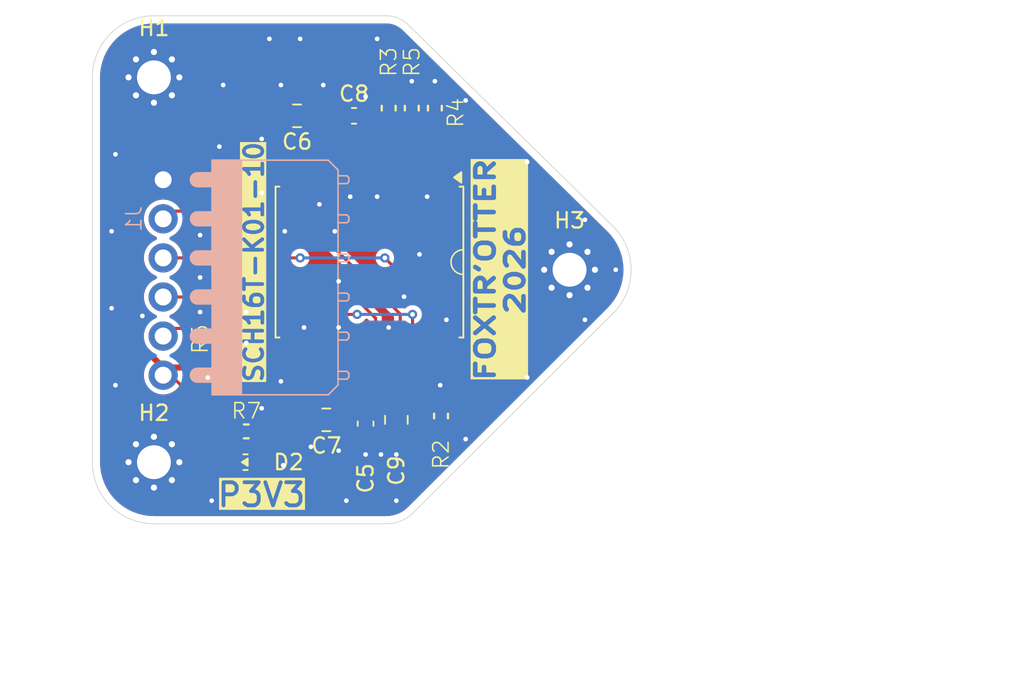
<source format=kicad_pcb>
(kicad_pcb (version 20241229) (generator "pcbnew") (generator_version "9.0")
  (layers (0 "F.Cu" signal) (2 "B.Cu" signal) (13 "F.Paste" user) (15 "B.Paste" user) (5 "F.SilkS" user "F.Silkscreen") (7 "B.SilkS" user "B.Silkscreen") (1 "F.Mask" user) (3 "B.Mask" user) (25 "Edge.Cuts" user))
  (net 0 "")
  (net 1 "+3V3")
  (net 2 "GND")
  (net 3 "Net-(U2-VREGA)")
  (net 4 "Net-(U2-VREGD)")
  (net 5 "/gyro_sck_3v3")
  (net 6 "/gyro_mosi_3v3")
  (net 7 "/gyro_miso_3v3")
  (net 8 "/{slash}gyro_cs_3v3")
  (net 9 "Net-(U2-DRY{slash}SYNC)")
  (net 10 "Net-(U2-{slash}EXT_RESET)")
  (net 11 "Net-(U2-TA9)")
  (net 12 "Net-(U2-TA8)")
  (net 13 "Net-(D2-PadA)")
  (footprint "cocotter_capacitors:C_0805_2012Metric" (layer "F.Cu") (at 105.75 67.25 -90)
    (property "Reference" "C9" (at 3.3 0 90) (layer "F.SilkS"))
    (property "Value" "1µF 50V")
    (fp_line (start -0.261252 0.735) (end 0.261252 0.735) (stroke (width 0.12)) (layer "F.SilkS"))
    (fp_line (start -0.261252 -0.735) (end 0.261252 -0.735) (stroke (width 0.12)) (layer "F.SilkS"))
    (pad "1" smd roundrect (at -0.95 0 270) (size 1 1.45) (layers "F.Cu" "F.Mask" "F.Paste") (roundrect_rratio 0.05) (net 1 "+3V3"))
    (pad "2" smd roundrect (at 0.95 0 270) (size 1 1.45) (layers "F.Cu" "F.Mask" "F.Paste") (roundrect_rratio 0.05) (net 2 "GND"))
  )
  (footprint "cocotter_others:MountingHole_2.2mm_M2_Pad_Via" (layer "F.Cu") (at 90 70)
    (property "Reference" "H2" (at 0 -3.2 0) (layer "F.SilkS"))
    (property "Value" "MountingHole_Pad_M2")
    (pad "1" thru_hole circle (at -1.65 0) (size 0.7 0.7) (drill 0.4) (layers "*.Cu" "*.Mask") (net 2 "GND"))
    (pad "1" thru_hole circle (at -1.166726 -1.166726) (size 0.7 0.7) (drill 0.4) (layers "*.Cu" "*.Mask") (net 2 "GND"))
    (pad "1" thru_hole circle (at -1.166726 1.166726) (size 0.7 0.7) (drill 0.4) (layers "*.Cu" "*.Mask") (net 2 "GND"))
    (pad "1" thru_hole circle (at 0 -1.65) (size 0.7 0.7) (drill 0.4) (layers "*.Cu" "*.Mask") (net 2 "GND"))
    (pad "1" thru_hole circle (at 0 0) (size 4.4 4.4) (drill 2.2) (layers "*.Cu" "*.Mask") (net 2 "GND"))
    (pad "1" thru_hole circle (at 0 1.65) (size 0.7 0.7) (drill 0.4) (layers "*.Cu" "*.Mask") (net 2 "GND"))
    (pad "1" thru_hole circle (at 1.166726 -1.166726) (size 0.7 0.7) (drill 0.4) (layers "*.Cu" "*.Mask") (net 2 "GND"))
    (pad "1" thru_hole circle (at 1.166726 1.166726) (size 0.7 0.7) (drill 0.4) (layers "*.Cu" "*.Mask") (net 2 "GND"))
    (pad "1" thru_hole circle (at 1.65 0) (size 0.7 0.7) (drill 0.4) (layers "*.Cu" "*.Mask") (net 2 "GND"))
  )
  (footprint "cocotter_resistor:r0603_reflow" (layer "F.Cu") (at 108.65 67 90)
    (property "Reference" "R2" (at -2.5 0 90) (layer "F.SilkS") (effects (font (thickness 0.1))))
    (property "Value" "91k 1%")
    (fp_line (start -0.15 -0.45) (end 0.15 -0.45) (stroke (width 0.15)) (layer "F.SilkS"))
    (fp_line (start -0.15 0.45) (end 0.15 0.45) (stroke (width 0.15)) (layer "F.SilkS"))
    (pad "1" smd roundrect (at -0.75 0 90) (size 0.8 0.8) (layers "F.Cu" "F.Mask" "F.Paste") (roundrect_rratio 0.05) (net 1 "+3V3"))
    (pad "2" smd roundrect (at 0.75 0 90) (size 0.8 0.8) (layers "F.Cu" "F.Mask" "F.Paste") (roundrect_rratio 0.05) (net 9 "Net-(U2-DRY{slash}SYNC)"))
  )
  (footprint "cocotter_diodes:LED_0603_1608Metric" (layer "F.Cu") (at 95.95 70)
    (property "Reference" "D2" (at 2.8 0 180) (layer "F.SilkS"))
    (property "Value" "green, 0603")
    (fp_line (start -0.14058 -0.51) (end 0.14058 -0.51) (stroke (width 0.12)) (layer "F.SilkS"))
    (fp_line (start -0.14058 0.51) (end 0.14058 0.51) (stroke (width 0.12)) (layer "F.SilkS"))
    (fp_poly (pts (xy 0.15 -0.25) (xy 0.15 0.25) (xy -0.25 0)) (stroke (width 0.1)) (fill yes) (layer "F.SilkS"))
    (pad "A" smd roundrect (at 0.8 0) (size 0.8 0.8) (layers "F.Cu" "F.Mask" "F.Paste") (roundrect_rratio 0.05) (net 13 "Net-(D2-PadA)"))
    (pad "C" smd roundrect (at -0.8 0) (size 0.8 0.8) (layers "F.Cu" "F.Mask" "F.Paste") (roundrect_rratio 0.05) (net 2 "GND"))
  )
  (footprint "cocotter_ic:SCH16T" (layer "F.Cu") (at 104 57 -90)
    (property "Reference" "U2" (at 0 9.5 90) (layer "F.SilkS"))
    (property "Value" "SCH16T-K01-10")
    (fp_line (start -4.9 6.1) (end 4.9 6.1) (stroke (width 0.12)) (layer "F.SilkS"))
    (fp_line (start -4.9 6.1) (end -4.9 5.845) (stroke (width 0.12)) (layer "F.SilkS"))
    (fp_line (start 4.9 6.1) (end 4.9 5.845) (stroke (width 0.12)) (layer "F.SilkS"))
    (fp_line (start -4.9 -6.1) (end -4.9 -5.845) (stroke (width 0.12)) (layer "F.SilkS"))
    (fp_line (start 4.9 -6.1) (end 4.9 -5.845) (stroke (width 0.12)) (layer "F.SilkS"))
    (fp_line (start 4.9 -6.1) (end -4.9 -6.1) (stroke (width 0.12)) (layer "F.SilkS"))
    (fp_arc (start 0.799999 -6.1) (mid 0 -5.300001) (end -0.799999 -6.1) (stroke (width 0.1)) (layer "F.SilkS"))
    (fp_poly (pts (xy -5.5 -5.5) (xy -5.84 -5.97) (xy -5.16 -5.97) (xy -5.5 -5.5)) (stroke (width 0.12)) (fill yes) (layer "F.SilkS"))
    (pad "1" smd roundrect (at -6.165 -4.4 270) (size 2.05 0.5) (layers "F.Cu" "F.Mask" "F.Paste") (chamfer_ratio 0.25) (chamfer top_left top_right bottom_left bottom_right) (net 2 "GND"))
    (pad "2" smd roundrect (at -6.165 -3.6 270) (size 2.05 0.5) (layers "F.Cu" "F.Mask" "F.Paste") (roundrect_rratio 0.05))
    (pad "3" smd roundrect (at -6.165 -2.8 270) (size 2.05 0.5) (layers "F.Cu" "F.Mask" "F.Paste") (roundrect_rratio 0.05) (net 11 "Net-(U2-TA9)"))
    (pad "4" smd roundrect (at -6.165 -2 270) (size 2.05 0.5) (layers "F.Cu" "F.Mask" "F.Paste") (roundrect_rratio 0.05) (net 12 "Net-(U2-TA8)"))
    (pad "5" smd roundrect (at -6.165 -1.2 270) (size 2.05 0.5) (layers "F.Cu" "F.Mask" "F.Paste") (roundrect_rratio 0.05) (net 2 "GND"))
    (pad "6" smd roundrect (at -6.165 -0.4 270) (size 2.05 0.5) (layers "F.Cu" "F.Mask" "F.Paste") (roundrect_rratio 0.05) (net 10 "Net-(U2-{slash}EXT_RESET)"))
    (pad "7" smd roundrect (at -6.165 0.4 270) (size 2.05 0.5) (layers "F.Cu" "F.Mask" "F.Paste") (roundrect_rratio 0.05) (net 2 "GND"))
    (pad "8" smd roundrect (at -6.165 1.2 270) (size 2.05 0.5) (layers "F.Cu" "F.Mask" "F.Paste") (roundrect_rratio 0.05) (net 1 "+3V3"))
    (pad "9" smd roundrect (at -6.165 2 270) (size 2.05 0.5) (layers "F.Cu" "F.Mask" "F.Paste") (roundrect_rratio 0.05) (net 2 "GND"))
    (pad "10" smd roundrect (at -6.165 2.8 270) (size 2.05 0.5) (layers "F.Cu" "F.Mask" "F.Paste") (roundrect_rratio 0.05) (net 3 "Net-(U2-VREGA)"))
    (pad "11" smd roundrect (at -6.165 3.6 270) (size 2.05 0.5) (layers "F.Cu" "F.Mask" "F.Paste") (roundrect_rratio 0.05) (net 3 "Net-(U2-VREGA)"))
    (pad "12" smd roundrect (at -6.165 4.4 270) (size 2.05 0.5) (layers "F.Cu" "F.Mask" "F.Paste") (roundrect_rratio 0.05) (net 2 "GND"))
    (pad "13" smd roundrect (at 6.165 4.4 270) (size 2.05 0.5) (layers "F.Cu" "F.Mask" "F.Paste") (roundrect_rratio 0.05) (net 2 "GND"))
    (pad "14" smd roundrect (at 6.165 3.6 270) (size 2.05 0.5) (layers "F.Cu" "F.Mask" "F.Paste") (roundrect_rratio 0.05) (net 4 "Net-(U2-VREGD)"))
    (pad "15" smd roundrect (at 6.165 2.8 270) (size 2.05 0.5) (layers "F.Cu" "F.Mask" "F.Paste") (roundrect_rratio 0.05) (net 4 "Net-(U2-VREGD)"))
    (pad "16" smd roundrect (at 6.165 2 270) (size 2.05 0.5) (layers "F.Cu" "F.Mask" "F.Paste") (roundrect_rratio 0.05) (net 2 "GND"))
    (pad "17" smd roundrect (at 6.165 1.2 270) (size 2.05 0.5) (layers "F.Cu" "F.Mask" "F.Paste") (roundrect_rratio 0.05) (net 1 "+3V3"))
    (pad "18" smd roundrect (at 6.165 0.4 270) (size 2.05 0.5) (layers "F.Cu" "F.Mask" "F.Paste") (roundrect_rratio 0.05) (net 1 "+3V3"))
    (pad "19" smd roundrect (at 6.165 -0.4 270) (size 2.05 0.5) (layers "F.Cu" "F.Mask" "F.Paste") (roundrect_rratio 0.05) (net 7 "/gyro_miso_3v3"))
    (pad "20" smd roundrect (at 6.165 -1.2 270) (size 2.05 0.5) (layers "F.Cu" "F.Mask" "F.Paste") (roundrect_rratio 0.05) (net 9 "Net-(U2-DRY{slash}SYNC)"))
    (pad "21" smd roundrect (at 6.165 -2 270) (size 2.05 0.5) (layers "F.Cu" "F.Mask" "F.Paste") (roundrect_rratio 0.05) (net 5 "/gyro_sck_3v3"))
    (pad "22" smd roundrect (at 6.165 -2.8 270) (size 2.05 0.5) (layers "F.Cu" "F.Mask" "F.Paste") (roundrect_rratio 0.05) (net 8 "/{slash}gyro_cs_3v3"))
    (pad "23" smd roundrect (at 6.165 -3.6 270) (size 2.05 0.5) (layers "F.Cu" "F.Mask" "F.Paste") (roundrect_rratio 0.05) (net 6 "/gyro_mosi_3v3"))
    (pad "24" smd roundrect (at 6.165 -4.4 270) (size 2.05 0.5) (layers "F.Cu" "F.Mask" "F.Paste") (roundrect_rratio 0.05) (net 2 "GND"))
  )
  (footprint "cocotter_resistor:r0603_reflow" (layer "F.Cu") (at 106.75 47 90)
    (property "Reference" "R5" (at 3 0 90) (layer "F.SilkS") (effects (font (thickness 0.1))))
    (property "Value" "0R")
    (fp_line (start -0.15 -0.45) (end 0.15 -0.45) (stroke (width 0.15)) (layer "F.SilkS"))
    (fp_line (start -0.15 0.45) (end 0.15 0.45) (stroke (width 0.15)) (layer "F.SilkS"))
    (pad "1" smd roundrect (at -0.75 0 90) (size 0.8 0.8) (layers "F.Cu" "F.Mask" "F.Paste") (roundrect_rratio 0.05) (net 12 "Net-(U2-TA8)"))
    (pad "2" smd roundrect (at 0.75 0 90) (size 0.8 0.8) (layers "F.Cu" "F.Mask" "F.Paste") (roundrect_rratio 0.05) (net 2 "GND"))
  )
  (footprint "cocotter_capacitors:C_0805_2012Metric" (layer "F.Cu") (at 101.2 67.25 180)
    (property "Reference" "C7" (at 0 -1.68 0) (layer "F.SilkS"))
    (property "Value" "1µF 50V")
    (fp_line (start -0.261252 0.735) (end 0.261252 0.735) (stroke (width 0.12)) (layer "F.SilkS"))
    (fp_line (start -0.261252 -0.735) (end 0.261252 -0.735) (stroke (width 0.12)) (layer "F.SilkS"))
    (pad "1" smd roundrect (at -0.95 0 180) (size 1 1.45) (layers "F.Cu" "F.Mask" "F.Paste") (roundrect_rratio 0.05) (net 4 "Net-(U2-VREGD)"))
    (pad "2" smd roundrect (at 0.95 0 180) (size 1 1.45) (layers "F.Cu" "F.Mask" "F.Paste") (roundrect_rratio 0.05) (net 2 "GND"))
  )
  (footprint "cocotter_others:MountingHole_2.2mm_M2_Pad_Via" (layer "F.Cu") (at 117 57.5)
    (property "Reference" "H3" (at 0 -3.2 0) (layer "F.SilkS"))
    (property "Value" "MountingHole_Pad_M2")
    (pad "1" thru_hole circle (at -1.65 0) (size 0.7 0.7) (drill 0.4) (layers "*.Cu" "*.Mask") (net 2 "GND"))
    (pad "1" thru_hole circle (at -1.166726 -1.166726) (size 0.7 0.7) (drill 0.4) (layers "*.Cu" "*.Mask") (net 2 "GND"))
    (pad "1" thru_hole circle (at -1.166726 1.166726) (size 0.7 0.7) (drill 0.4) (layers "*.Cu" "*.Mask") (net 2 "GND"))
    (pad "1" thru_hole circle (at 0 -1.65) (size 0.7 0.7) (drill 0.4) (layers "*.Cu" "*.Mask") (net 2 "GND"))
    (pad "1" thru_hole circle (at 0 0) (size 4.4 4.4) (drill 2.2) (layers "*.Cu" "*.Mask") (net 2 "GND"))
    (pad "1" thru_hole circle (at 0 1.65) (size 0.7 0.7) (drill 0.4) (layers "*.Cu" "*.Mask") (net 2 "GND"))
    (pad "1" thru_hole circle (at 1.166726 -1.166726) (size 0.7 0.7) (drill 0.4) (layers "*.Cu" "*.Mask") (net 2 "GND"))
    (pad "1" thru_hole circle (at 1.166726 1.166726) (size 0.7 0.7) (drill 0.4) (layers "*.Cu" "*.Mask") (net 2 "GND"))
    (pad "1" thru_hole circle (at 1.65 0) (size 0.7 0.7) (drill 0.4) (layers "*.Cu" "*.Mask") (net 2 "GND"))
  )
  (footprint "cocotter_resistor:r0603_reflow" (layer "F.Cu") (at 96 68)
    (property "Reference" "R7" (at 0 -1.330652 0) (layer "F.SilkS") (effects (font (thickness 0.1))))
    (property "Value" "330R")
    (fp_line (start -0.15 -0.45) (end 0.15 -0.45) (stroke (width 0.15)) (layer "F.SilkS"))
    (fp_line (start -0.15 0.45) (end 0.15 0.45) (stroke (width 0.15)) (layer "F.SilkS"))
    (pad "1" smd roundrect (at -0.75 0) (size 0.8 0.8) (layers "F.Cu" "F.Mask" "F.Paste") (roundrect_rratio 0.05) (net 1 "+3V3"))
    (pad "2" smd roundrect (at 0.75 0) (size 0.8 0.8) (layers "F.Cu" "F.Mask" "F.Paste") (roundrect_rratio 0.05) (net 13 "Net-(D2-PadA)"))
  )
  (footprint "cocotter_others:MountingHole_2.2mm_M2_Pad_Via" (layer "F.Cu") (at 90 45)
    (property "Reference" "H1" (at 0 -3.2 0) (layer "F.SilkS"))
    (property "Value" "MountingHole_Pad_M2")
    (pad "1" thru_hole circle (at -1.65 0) (size 0.7 0.7) (drill 0.4) (layers "*.Cu" "*.Mask") (net 2 "GND"))
    (pad "1" thru_hole circle (at -1.166726 -1.166726) (size 0.7 0.7) (drill 0.4) (layers "*.Cu" "*.Mask") (net 2 "GND"))
    (pad "1" thru_hole circle (at -1.166726 1.166726) (size 0.7 0.7) (drill 0.4) (layers "*.Cu" "*.Mask") (net 2 "GND"))
    (pad "1" thru_hole circle (at 0 -1.65) (size 0.7 0.7) (drill 0.4) (layers "*.Cu" "*.Mask") (net 2 "GND"))
    (pad "1" thru_hole circle (at 0 0) (size 4.4 4.4) (drill 2.2) (layers "*.Cu" "*.Mask") (net 2 "GND"))
    (pad "1" thru_hole circle (at 0 1.65) (size 0.7 0.7) (drill 0.4) (layers "*.Cu" "*.Mask") (net 2 "GND"))
    (pad "1" thru_hole circle (at 1.166726 -1.166726) (size 0.7 0.7) (drill 0.4) (layers "*.Cu" "*.Mask") (net 2 "GND"))
    (pad "1" thru_hole circle (at 1.166726 1.166726) (size 0.7 0.7) (drill 0.4) (layers "*.Cu" "*.Mask") (net 2 "GND"))
    (pad "1" thru_hole circle (at 1.65 0) (size 0.7 0.7) (drill 0.4) (layers "*.Cu" "*.Mask") (net 2 "GND"))
  )
  (footprint "cocotter_capacitors:C_0603_1608Metric" (layer "F.Cu") (at 103 47.5)
    (property "Reference" "C8" (at 0 -1.43 0) (layer "F.SilkS"))
    (property "Value" "100nF 50V")
    (fp_line (start -0.14058 -0.51) (end 0.14058 -0.51) (stroke (width 0.12)) (layer "F.SilkS"))
    (fp_line (start -0.14058 0.51) (end 0.14058 0.51) (stroke (width 0.12)) (layer "F.SilkS"))
    (pad "1" smd roundrect (at -0.775 0) (size 0.9 0.95) (layers "F.Cu" "F.Mask" "F.Paste") (roundrect_rratio 0.05) (net 1 "+3V3"))
    (pad "2" smd roundrect (at 0.775 0) (size 0.9 0.95) (layers "F.Cu" "F.Mask" "F.Paste") (roundrect_rratio 0.05) (net 2 "GND"))
  )
  (footprint "cocotter_capacitors:C_0805_2012Metric" (layer "F.Cu") (at 99.3 47.5 180)
    (property "Reference" "C6" (at 0 -1.68 0) (layer "F.SilkS"))
    (property "Value" "10µF 25V")
    (fp_line (start -0.261252 0.735) (end 0.261252 0.735) (stroke (width 0.12)) (layer "F.SilkS"))
    (fp_line (start -0.261252 -0.735) (end 0.261252 -0.735) (stroke (width 0.12)) (layer "F.SilkS"))
    (pad "1" smd roundrect (at -0.95 0 180) (size 1 1.45) (layers "F.Cu" "F.Mask" "F.Paste") (roundrect_rratio 0.05) (net 3 "Net-(U2-VREGA)"))
    (pad "2" smd roundrect (at 0.95 0 180) (size 1 1.45) (layers "F.Cu" "F.Mask" "F.Paste") (roundrect_rratio 0.05) (net 2 "GND"))
  )
  (footprint "cocotter_capacitors:C_0603_1608Metric" (layer "F.Cu") (at 103.75 67.5 -90)
    (property "Reference" "C5" (at 3.55 0 90) (layer "F.SilkS"))
    (property "Value" "100nF 50V")
    (fp_line (start -0.14058 0.51) (end 0.14058 0.51) (stroke (width 0.12)) (layer "F.SilkS"))
    (fp_line (start -0.14058 -0.51) (end 0.14058 -0.51) (stroke (width 0.12)) (layer "F.SilkS"))
    (pad "1" smd roundrect (at -0.775 0 270) (size 0.9 0.95) (layers "F.Cu" "F.Mask" "F.Paste") (roundrect_rratio 0.05) (net 1 "+3V3"))
    (pad "2" smd roundrect (at 0.775 0 270) (size 0.9 0.95) (layers "F.Cu" "F.Mask" "F.Paste") (roundrect_rratio 0.05) (net 2 "GND"))
  )
  (footprint "cocotter_resistor:r0603_reflow" (layer "F.Cu") (at 105.25 47 -90)
    (property "Reference" "R3" (at -3 0 90) (layer "F.SilkS") (effects (font (thickness 0.1))))
    (property "Value" "10k 1%")
    (fp_line (start -0.15 0.45) (end 0.15 0.45) (stroke (width 0.15)) (layer "F.SilkS"))
    (fp_line (start -0.15 -0.45) (end 0.15 -0.45) (stroke (width 0.15)) (layer "F.SilkS"))
    (pad "1" smd roundrect (at -0.75 0 270) (size 0.8 0.8) (layers "F.Cu" "F.Mask" "F.Paste") (roundrect_rratio 0.05) (net 1 "+3V3"))
    (pad "2" smd roundrect (at 0.75 0 270) (size 0.8 0.8) (layers "F.Cu" "F.Mask" "F.Paste") (roundrect_rratio 0.05) (net 10 "Net-(U2-{slash}EXT_RESET)"))
  )
  (footprint "cocotter_resistor:r0603_reflow" (layer "F.Cu") (at 108.25 47 90)
    (property "Reference" "R4" (at -0.3 1.35 90) (layer "F.SilkS") (effects (font (thickness 0.1))))
    (property "Value" "0R")
    (fp_line (start -0.15 -0.45) (end 0.15 -0.45) (stroke (width 0.15)) (layer "F.SilkS"))
    (fp_line (start -0.15 0.45) (end 0.15 0.45) (stroke (width 0.15)) (layer "F.SilkS"))
    (pad "1" smd roundrect (at -0.75 0 90) (size 0.8 0.8) (layers "F.Cu" "F.Mask" "F.Paste") (roundrect_rratio 0.05) (net 11 "Net-(U2-TA9)"))
    (pad "2" smd roundrect (at 0.75 0 90) (size 0.8 0.8) (layers "F.Cu" "F.Mask" "F.Paste") (roundrect_rratio 0.05) (net 2 "GND"))
  )
  (footprint "cocotter_resistor:r0603_reflow" (layer "F.Cu") (at 94.25 62 90)
    (property "Reference" "R6" (at 0 -1.25 90) (layer "F.SilkS") (effects (font (thickness 0.1))))
    (property "Value" "91k 1%")
    (fp_line (start -0.15 -0.45) (end 0.15 -0.45) (stroke (width 0.15)) (layer "F.SilkS"))
    (fp_line (start -0.15 0.45) (end 0.15 0.45) (stroke (width 0.15)) (layer "F.SilkS"))
    (pad "1" smd roundrect (at -0.75 0 90) (size 0.8 0.8) (layers "F.Cu" "F.Mask" "F.Paste") (roundrect_rratio 0.05) (net 1 "+3V3"))
    (pad "2" smd roundrect (at 0.75 0 90) (size 0.8 0.8) (layers "F.Cu" "F.Mask" "F.Paste") (roundrect_rratio 0.05) (net 8 "/{slash}gyro_cs_3v3"))
  )
  (footprint "cocotter_connectors:22053061" (layer "B.Cu") (at 90.6 58 -90)
    (property "Reference" "J1" (at -3.81 1.905 90) (layer "B.SilkS") (effects (font (thickness 0.1)) (justify mirror)))
    (property "Value" "22053061")
    (fp_line (start -6.35 -2.2225) (end -6.35 -3.175) (stroke (width 1)) (layer "B.SilkS"))
    (fp_line (start -1.27 -2.2225) (end -1.27 -3.175) (stroke (width 1)) (layer "B.SilkS"))
    (fp_line (start 3.81 -2.2225) (end 3.81 -3.175) (stroke (width 1)) (layer "B.SilkS"))
    (fp_line (start 6.35 -2.2225) (end 6.35 -3.175) (stroke (width 1)) (layer "B.SilkS"))
    (fp_line (start -3.81 -2.2275) (end -3.81 -3.18) (stroke (width 1)) (layer "B.SilkS"))
    (fp_line (start 1.27 -2.2275) (end 1.27 -3.18) (stroke (width 1)) (layer "B.SilkS"))
    (fp_line (start -7.62 -3.18) (end 0 -3.18) (stroke (width 0.1)) (layer "B.SilkS"))
    (fp_line (start -7.62 -3.18) (end -7.62 -10.725) (stroke (width 0.1)) (layer "B.SilkS"))
    (fp_line (start 7.62 -3.18) (end 7.62 -10.725) (stroke (width 0.1)) (layer "B.SilkS"))
    (fp_line (start -6.985 -11.36) (end -7.62 -10.725) (stroke (width 0.1)) (layer "B.SilkS"))
    (fp_line (start -6.604 -11.36) (end -6.604 -11.938) (stroke (width 0.1)) (layer "B.SilkS"))
    (fp_line (start -6.096 -11.36) (end -6.096 -11.938) (stroke (width 0.1)) (layer "B.SilkS"))
    (fp_line (start -4.064 -11.36) (end -4.064 -11.938) (stroke (width 0.1)) (layer "B.SilkS"))
    (fp_line (start -3.556 -11.36) (end -3.556 -11.938) (stroke (width 0.1)) (layer "B.SilkS"))
    (fp_line (start -1.524 -11.36) (end -1.524 -11.938) (stroke (width 0.1)) (layer "B.SilkS"))
    (fp_line (start -1.016 -11.36) (end -1.016 -11.938) (stroke (width 0.1)) (layer "B.SilkS"))
    (fp_line (start 1.016 -11.36) (end 1.016 -11.938) (stroke (width 0.1)) (layer "B.SilkS"))
    (fp_line (start 1.524 -11.36) (end 1.524 -11.938) (stroke (width 0.1)) (layer "B.SilkS"))
    (fp_line (start 3.556 -11.36) (end 3.556 -11.938) (stroke (width 0.1)) (layer "B.SilkS"))
    (fp_line (start 4.064 -11.36) (end 4.064 -11.938) (stroke (width 0.1)) (layer "B.SilkS"))
    (fp_line (start 6.096 -11.36) (end 6.096 -11.938) (stroke (width 0.1)) (layer "B.SilkS"))
    (fp_line (start 6.604 -11.36) (end 6.604 -11.938) (stroke (width 0.1)) (layer "B.SilkS"))
    (fp_line (start 6.985 -11.36) (end 7.62 -10.725) (stroke (width 0.1)) (layer "B.SilkS"))
    (fp_line (start 6.985 -11.36) (end -6.985 -11.36) (stroke (width 0.1)) (layer "B.SilkS"))
    (fp_line (start -6.604 -11.938) (end -6.477 -12.065) (stroke (width 0.1)) (layer "B.SilkS"))
    (fp_line (start -6.096 -11.938) (end -6.223 -12.065) (stroke (width 0.1)) (layer "B.SilkS"))
    (fp_line (start -4.064 -11.938) (end -3.937 -12.065) (stroke (width 0.1)) (layer "B.SilkS"))
    (fp_line (start -3.556 -11.938) (end -3.683 -12.065) (stroke (width 0.1)) (layer "B.SilkS"))
    (fp_line (start -1.524 -11.938) (end -1.397 -12.065) (stroke (width 0.1)) (layer "B.SilkS"))
    (fp_line (start -1.016 -11.938) (end -1.143 -12.065) (stroke (width 0.1)) (layer "B.SilkS"))
    (fp_line (start 1.016 -11.938) (end 1.143 -12.065) (stroke (width 0.1)) (layer "B.SilkS"))
    (fp_line (start 1.524 -11.938) (end 1.397 -12.065) (stroke (width 0.1)) (layer "B.SilkS"))
    (fp_line (start 3.556 -11.938) (end 3.683 -12.065) (stroke (width 0.1)) (layer "B.SilkS"))
    (fp_line (start 4.064 -11.938) (end 3.937 -12.065) (stroke (width 0.1)) (layer "B.SilkS"))
    (fp_line (start 6.096 -11.938) (end 6.223 -12.065) (stroke (width 0.1)) (layer "B.SilkS"))
    (fp_line (start 6.604 -11.938) (end 6.477 -12.065) (stroke (width 0.1)) (layer "B.SilkS"))
    (fp_line (start -6.477 -12.065) (end -6.35 -12.065) (stroke (width 0.1)) (layer "B.SilkS"))
    (fp_line (start -6.223 -12.065) (end -6.35 -12.065) (stroke (width 0.1)) (layer "B.SilkS"))
    (fp_line (start -3.937 -12.065) (end -3.81 -12.065) (stroke (width 0.1)) (layer "B.SilkS"))
    (fp_line (start -3.683 -12.065) (end -3.81 -12.065) (stroke (width 0.1)) (layer "B.SilkS"))
    (fp_line (start -1.397 -12.065) (end -1.27 -12.065) (stroke (width 0.1)) (layer "B.SilkS"))
    (fp_line (start -1.143 -12.065) (end -1.27 -12.065) (stroke (width 0.1)) (layer "B.SilkS"))
    (fp_line (start 1.143 -12.065) (end 1.27 -12.065) (stroke (width 0.1)) (layer "B.SilkS"))
    (fp_line (start 1.397 -12.065) (end 1.27 -12.065) (stroke (width 0.1)) (layer "B.SilkS"))
    (fp_line (start 3.683 -12.065) (end 3.81 -12.065) (stroke (width 0.1)) (layer "B.SilkS"))
    (fp_line (start 3.683 -12.065) (end 3.937 -12.065) (stroke (width 0.1)) (layer "B.SilkS"))
    (fp_line (start 6.477 -12.065) (end 6.223 -12.065) (stroke (width 0.1)) (layer "B.SilkS"))
    (fp_rect (start -7.62 -3.18) (end 7.62 -5.08) (stroke (width 0.1)) (fill yes) (layer "B.SilkS"))
    (pad "1" thru_hole roundrect (at -6.35 0 270) (size 1.9 1.9) (drill 1.1) (layers "*.Cu" "*.Mask") (chamfer_ratio 0.2) (chamfer top_left top_right bottom_left bottom_right) (net 2 "GND"))
    (pad "2" thru_hole circle (at -3.81 0 270) (size 1.9 1.9) (drill 1.1) (layers "*.Cu" "*.Mask") (net 5 "/gyro_sck_3v3"))
    (pad "3" thru_hole circle (at -1.27 0 270) (size 1.9 1.9) (drill 1.1) (layers "*.Cu" "*.Mask") (net 6 "/gyro_mosi_3v3"))
    (pad "4" thru_hole circle (at 1.27 0 270) (size 1.9 1.9) (drill 1.1) (layers "*.Cu" "*.Mask") (net 7 "/gyro_miso_3v3"))
    (pad "5" thru_hole circle (at 3.81 0 270) (size 1.9 1.9) (drill 1.1) (layers "*.Cu" "*.Mask") (net 8 "/{slash}gyro_cs_3v3"))
    (pad "6" thru_hole circle (at 6.35 0 270) (size 1.9 1.9) (drill 1.1) (layers "*.Cu" "*.Mask") (net 1 "+3V3"))
  )
  (gr_arc (start 121 57.5) (mid 120.695518 59.030734) (end 119.828427 60.328427) (stroke (width 0.05)) (layer "Edge.Cuts"))
  (gr_line (start 105.1 74) (end 90 74) (stroke (width 0.05)) (layer "Edge.Cuts"))
  (gr_arc (start 105.1 41) (mid 105.865367 41.152241) (end 106.514214 41.585786) (stroke (width 0.05)) (layer "Edge.Cuts"))
  (gr_arc (start 119.828427 54.671573) (mid 120.695518 55.969266) (end 121 57.5) (stroke (width 0.05)) (layer "Edge.Cuts"))
  (gr_arc (start 106.867767 73.267767) (mid 106.056709 73.809699) (end 105.1 74) (stroke (width 0.05)) (layer "Edge.Cuts"))
  (gr_line (start 119.828427 60.328427) (end 106.867767 73.267767) (stroke (width 0.05)) (layer "Edge.Cuts"))
  (gr_line (start 119.828427 54.671573) (end 106.514214 41.585786) (stroke (width 0.05)) (layer "Edge.Cuts"))
  (gr_arc (start 86 45) (mid 87.171573 42.171573) (end 90 41) (stroke (width 0.05)) (layer "Edge.Cuts"))
  (gr_line (start 86 70) (end 86 45) (stroke (width 0.05)) (layer "Edge.Cuts"))
  (gr_line (start 90 41) (end 105.1 41) (stroke (width 0.05)) (layer "Edge.Cuts"))
  (gr_arc (start 90 74) (mid 87.171573 72.828427) (end 86 70) (stroke (width 0.05)) (layer "Edge.Cuts"))
  (gr_text "P3V3" (at 94 73 0) (layer "F.SilkS" knockout) (effects (font (size 1.5 1.5) (thickness 0.25) (bold yes)) (justify left bottom)))
  (gr_text "FOXTR'OTTER\n2026" (at 112.5 57.5 90) (layer "F.SilkS" knockout) (effects (font (size 1.2 1.5) (thickness 0.3) (bold yes))))
  (gr_text "SCH16T-K01-10" (at 96.5 57 90) (layer "F.SilkS" knockout) (effects (font (size 1.2 1.2) (thickness 0.24) (bold yes))))
  (segment (start 98.75 66.75) (end 98.75 68.95) (width 0.4) (layer "F.Cu") (net 1))
  (segment (start 103.6 63.165) (end 103.6 65.2) (width 0.2) (layer "F.Cu") (net 1))
  (segment (start 105.25 44) (end 105.25 46.25) (width 0.4) (layer "F.Cu") (net 1))
  (segment (start 107.95 69.05) (end 108.65 68.35) (width 0.4) (layer "F.Cu") (net 1))
  (segment (start 107.05 66.3) (end 105.75 66.3) (width 0.4) (layer "F.Cu") (net 1))
  (segment (start 102.225 48.475) (end 102.8 49.05) (width 0.2) (layer "F.Cu") (net 1))
  (segment (start 94.75 68) (end 95.25 68) (width 0.2) (layer "F.Cu") (net 1))
  (segment (start 102.225 45.025) (end 102.225 47.5) (width 0.4) (layer "F.Cu") (net 1))
  (segment (start 107.375 69.625) (end 107.5 69.5) (width 0.4) (layer "F.Cu") (net 1))
  (segment (start 101.75 44) (end 102 43.75) (width 0.4) (layer "F.Cu") (net 1))
  (segment (start 103.8 66.675) (end 103.75 66.725) (width 0.2) (layer "F.Cu") (net 1))
  (segment (start 107.5 68.6) (end 107.5 68.4) (width 0.4) (layer "F.Cu") (net 1))
  (segment (start 101.875 44.625) (end 101.75 44.5) (width 0.4) (layer "F.Cu") (net 1))
  (segment (start 102.225 47.5) (end 102.225 48.475) (width 0.2) (layer "F.Cu") (net 1))
  (segment (start 89.75 49.25) (end 92.5 49.25) (width 0.4) (layer "F.Cu") (net 1))
  (segment (start 105 43.75) (end 105.25 44) (width 0.4) (layer "F.Cu") (net 1))
  (segment (start 102.8 49.05) (end 102.8 50.835) (width 0.2) (layer "F.Cu") (net 1))
  (segment (start 94.25 62.75) (end 94.75 62.75) (width 0.4) (layer "F.Cu") (net 1))
  (segment (start 92.5 49.25) (end 97.5 44.25) (width 0.4) (layer "F.Cu") (net 1))
  (segment (start 103.725 66.725) (end 102.8 65.8) (width 0.2) (layer "F.Cu") (net 1))
  (segment (start 103.6 65.2) (end 103.8 65.4) (width 0.2) (layer "F.Cu") (net 1))
  (segment (start 94.75 62.75) (end 98.75 66.75) (width 0.4) (layer "F.Cu") (net 1))
  (segment (start 101.75 44.5) (end 101.75 44) (width 0.4) (layer "F.Cu") (net 1))
  (segment (start 107.5 66.75) (end 107.05 66.3) (width 0.4) (layer "F.Cu") (net 1))
  (segment (start 90.6 63.85) (end 94.75 68) (width 0.2) (layer "F.Cu") (net 1))
  (segment (start 103.75 66.725) (end 103.725 66.725) (width 0.2) (layer "F.Cu") (net 1))
  (segment (start 108.65 68.35) (end 108.65 67.75) (width 0.4) (layer "F.Cu") (net 1))
  (segment (start 88.25 61.5) (end 88.25 50.75) (width 0.4) (layer "F.Cu") (net 1))
  (segment (start 97.5 44.25) (end 101.5 44.25) (width 0.4) (layer "F.Cu") (net 1))
  (segment (start 107.5 68.4) (end 107.5 66.75) (width 0.4) (layer "F.Cu") (net 1))
  (segment (start 103.75 66.55) (end 105.675 66.55) (width 0.2) (layer "F.Cu") (net 1))
  (segment (start 92.15 63.85) (end 93.25 62.75) (width 0.4) (layer "F.Cu") (net 1))
  (segment (start 107.375 69.625) (end 107.95 69.05) (width 0.4) (layer "F.Cu") (net 1))
  (segment (start 105.75 66.475) (end 105.75 66.4) (width 0.2) (layer "F.Cu") (net 1))
  (segment (start 90.6 63.85) (end 92.15 63.85) (width 0.4) (layer "F.Cu") (net 1))
  (segment (start 98.75 68.95) (end 100.3 70.5) (width 0.4) (layer "F.Cu") (net 1))
  (segment (start 88.25 50.75) (end 89.75 49.25) (width 0.4) (layer "F.Cu") (net 1))
  (segment (start 102 43.75) (end 105 43.75) (width 0.4) (layer "F.Cu") (net 1))
  (segment (start 106.5 70.5) (end 107.375 69.625) (width 0.4) (layer "F.Cu") (net 1))
  (segment (start 103.8 65.4) (end 103.8 66.675) (width 0.2) (layer "F.Cu") (net 1))
  (segment (start 101.5 44.25) (end 101.875 44.625) (width 0.4) (layer "F.Cu") (net 1))
  (segment (start 101.5 44.25) (end 101.75 44) (width 0.4) (layer "F.Cu") (net 1))
  (segment (start 105.675 66.55) (end 105.75 66.475) (width 0.2) (layer "F.Cu") (net 1))
  (segment (start 102.25 45) (end 102.225 45.025) (width 0.4) (layer "F.Cu") (net 1))
  (segment (start 90.6 63.85) (end 88.25 61.5) (width 0.4) (layer "F.Cu") (net 1))
  (segment (start 107.5 69.5) (end 107.5 68.4) (width 0.4) (layer "F.Cu") (net 1))
  (segment (start 93.25 62.75) (end 94.25 62.75) (width 0.4) (layer "F.Cu") (net 1))
  (segment (start 107.95 69.05) (end 107.5 68.6) (width 0.4) (layer "F.Cu") (net 1))
  (segment (start 102.8 65.8) (end 102.8 63.165) (width 0.2) (layer "F.Cu") (net 1))
  (segment (start 101.875 44.625) (end 102.25 45) (width 0.4) (layer "F.Cu") (net 1))
  (segment (start 100.3 70.5) (end 106.5 70.5) (width 0.4) (layer "F.Cu") (net 1))
  (segment (start 98.35 45.6) (end 98.25 45.5) (width 0.2) (layer "F.Cu") (net 2))
  (segment (start 108.4 61.35) (end 109 60.75) (width 0.2) (layer "F.Cu") (net 2))
  (segment (start 105.2 52.3) (end 104.75 52.75) (width 0.2) (layer "F.Cu") (net 2))
  (segment (start 104.1 52.75) (end 104.5 52.75) (width 0.2) (layer "F.Cu") (net 2))
  (segment (start 103.6 50.835) (end 103.6 48.9) (width 0.2) (layer "F.Cu") (net 2))
  (segment (start 99.6 63.165) (end 99.6 61.4) (width 0.2) (layer "F.Cu") (net 2))
  (segment (start 104.5 52.75) (end 104.75 52.75) (width 0.2) (layer "F.Cu") (net 2))
  (segment (start 103.75 68.45) (end 103.75 69.5) (width 0.4) (layer "F.Cu") (net 2))
  (segment (start 100.2 69) (end 100.25 68.95) (width 0.2) (layer "F.Cu") (net 2))
  (segment (start 107.75 52.75) (end 107.9 52.75) (width 0.2) (layer "F.Cu") (net 2))
  (segment (start 108.4 63.165) (end 108.4 61.35) (width 0.2) (layer "F.Cu") (net 2))
  (segment (start 100.5 53.25) (end 100.75 53.25) (width 0.2) (layer "F.Cu") (net 2))
  (segment (start 102 63.165) (end 102 61.25) (width 0.2) (layer "F.Cu") (net 2))
  (segment (start 105.2 52.3) (end 105.65 52.75) (width 0.2) (layer "F.Cu") (net 2))
  (segment (start 99.6 65.15) (end 99.6 63.165) (width 0.2) (layer "F.Cu") (net 2))
  (segment (start 100.25 65.8) (end 99.6 65.15) (width 0.2) (layer "F.Cu") (net 2))
  (segment (start 99.6 50.835) (end 99.6 52.35) (width 0.2) (layer "F.Cu") (net 2))
  (segment (start 102.5 52.75) (end 102 52.25) (width 0.2) (layer "F.Cu") (net 2))
  (segment (start 103.775 47.5) (end 103.775 46.275) (width 0.2) (layer "F.Cu") (net 2))
  (segment (start 99.6 61.4) (end 99.75 61.25) (width 0.2) (layer "F.Cu") (net 2))
  (segment (start 103.6 52.25) (end 104.1 52.75) (width 0.2) (layer "F.Cu") (net 2))
  (segment (start 106.75 46.25) (end 106.75 45.25) (width 0.2) (layer "F.Cu") (net 2))
  (segment (start 105.75 68.025) (end 105.75 69.5) (width 0.4) (layer "F.Cu") (net 2))
  (segment (start 92.4 70) (end 87.4 70) (width 0.2) (layer "F.Cu") (net 2))
  (segment (start 103.1 52.75) (end 102.75 52.75) (width 0.2) (layer "F.Cu") (net 2))
  (segment (start 108.4 63.165) (end 108.4 64.8) (width 0.2) (layer "F.Cu") (net 2))
  (segment (start 101 53.25) (end 102 52.25) (width 0.2) (layer "F.Cu") (net 2))
  (segment (start 103.775 48.725) (end 103.775 47.5) (width 0.2) (layer "F.Cu") (net 2))
  (segment (start 102 52.25) (end 102 50.835) (width 0.2) (layer "F.Cu") (net 2))
  (segment (start 99.6 52.35) (end 100.5 53.25) (width 0.2) (layer "F.Cu") (net 2))
  (segment (start 102.75 52.75) (end 102.5 52.75) (width 0.2) (layer "F.Cu") (net 2))
  (segment (start 103.6 50.835) (end 103.6 52.25) (width 0.2) (layer "F.Cu") (net 2))
  (segment (start 98.35 47.5) (end 98.35 45.6) (width 0.2) (layer "F.Cu") (net 2))
  (segment (start 103.6 48.9) (end 103.775 48.725) (width 0.2) (layer "F.Cu") (net 2))
  (segment (start 108.4 64.8) (end 108.6 65) (width 0.2) (layer "F.Cu") (net 2))
  (segment (start 108.25 46.25) (end 108.25 45.25) (width 0.2) (layer "F.Cu") (net 2))
  (segment (start 105.65 52.75) (end 107.75 52.75) (width 0.2) (layer "F.Cu") (net 2))
  (segment (start 100.75 53.25) (end 101 53.25) (width 0.2) (layer "F.Cu") (net 2))
  (segment (start 100.25 68.95) (end 100.25 65.8) (width 0.2) (layer "F.Cu") (net 2))
  (segment (start 103.6 52.25) (end 103.1 52.75) (width 0.2) (layer "F.Cu") (net 2))
  (segment (start 103.775 46.275) (end 103.75 46.25) (width 0.2) (layer "F.Cu") (net 2))
  (segment (start 107.9 52.75) (end 108.4 52.25) (width 0.2) (layer "F.Cu") (net 2))
  (segment (start 108.4 52.25) (end 108.4 50.835) (width 0.2) (layer "F.Cu") (net 2))
  (segment (start 105.2 50.835) (end 105.2 52.3) (width 0.2) (layer "F.Cu") (net 2))
  (via (at 102.5 72.5) (size 0.6) (drill 0.3) (layers "F.Cu" "B.Cu") (net 2))
  (via (at 97 66.5) (size 0.6) (drill 0.3) (layers "F.Cu" "B.Cu") (net 2))
  (via (at 108.25 45.25) (size 0.6) (drill 0.3) (layers "F.Cu" "B.Cu") (net 2))
  (via (at 89.25 60.5) (size 0.6) (drill 0.3) (layers "F.Cu" "B.Cu") (net 2))
  (via (at 93 60.25) (size 0.6) (drill 0.3) (layers "F.Cu" "B.Cu") (net 2))
  (via (at 103.75 46.25) (size 0.6) (drill 0.3) (layers "F.Cu" "B.Cu") (net 2))
  (via (at 114.25 64.5) (size 0.6) (drill 0.3) (layers "F.Cu" "B.Cu") (net 2))
  (via (at 114.25 50.5) (size 0.6) (drill 0.3) (layers "F.Cu" "B.Cu") (net 2))
  (via (at 98.4 70.2) (size 0.6) (drill 0.3) (layers "F.Cu" "B.Cu") (net 2))
  (via (at 108.6 65) (size 0.6) (drill 0.3) (layers "F.Cu" "B.Cu") (net 2))
  (via (at 93 55.25) (size 0.6) (drill 0.3) (layers "F.Cu" "B.Cu") (net 2))
  (via (at 94.25 49.5) (size 0.6) (drill 0.3) (layers "F.Cu" "B.Cu") (net 2))
  (via (at 101 45.5) (size 0.6) (drill 0.3) (layers "F.Cu" "B.Cu") (net 2))
  (via (at 118 54.25) (size 0.6) (drill 0.3) (layers "F.Cu" "B.Cu") (net 2))
  (via (at 94.5 45.5) (size 0.6) (drill 0.3) (layers "F.Cu" "B.Cu") (net 2))
  (via (at 99.75 61.25) (size 0.6) (drill 0.3) (layers "F.Cu" "B.Cu") (net 2))
  (via (at 97.5 42.5) (size 0.6) (drill 0.3) (layers "F.Cu" "B.Cu") (net 2))
  (via (at 101.75 55) (size 0.6) (drill 0.3) (layers "F.Cu" "B.Cu") (net 2))
  (via (at 110.25 68.5) (size 0.6) (drill 0.3) (layers "F.Cu" "B.Cu") (net 2))
  (via (at 106.25 59.25) (size 0.6) (drill 0.3) (layers "F.Cu" "B.Cu") (net 2))
  (via (at 98.25 45.5) (size 0.6) (drill 0.3) (layers "F.Cu" "B.Cu") (net 2))
  (via (at 104.5 52.75) (size 0.6) (drill 0.3) (layers "F.Cu" "B.Cu") (net 2))
  (via (at 87.5 65) (size 0.6) (drill 0.3) (layers "F.Cu" "B.Cu") (net 2))
  (via (at 102 58.25) (size 0.6) (drill 0.3) (layers "F.Cu" "B.Cu") (net 2))
  (via (at 109 60.75) (size 0.6) (drill 0.3) (layers "F.Cu" "B.Cu") (net 2))
  (via (at 98.5 55) (size 0.6) (drill 0.3) (layers "F.Cu" "B.Cu") (net 2))
  (via (at 107.75 52.75) (size 0.6) (drill 0.3) (layers "F.Cu" "B.Cu") (net 2))
  (via (at 100.2 69) (size 0.6) (drill 0.3) (layers "F.Cu" "B.Cu") (net 2))
  (via (at 97 52.5) (size 0.6) (drill 0.3) (layers "F.Cu" "B.Cu") (net 2))
  (via (at 96 60.25) (size 0.6) (drill 0.3) (layers "F.Cu" "B.Cu") (net 2))
  (via (at 105.75 69.5) (size 0.6) (drill 0.3) (layers "F.Cu" "B.Cu") (net 2))
  (via (at 107.25 56.5) (size 0.6) (drill 0.3) (layers "F.Cu" "B.Cu") (net 2))
  (via (at 96 62.25) (size 0.6) (drill 0.3) (layers "F.Cu" "B.Cu") (net 2))
  (via (at 97 49) (size 0.6) (drill 0.3) (layers "F.Cu" "B.Cu") (net 2))
  (via (at 102 69.25) (size 0.6) (drill 0.3) (layers "F.Cu" "B.Cu") (net 2))
  (via (at 100.75 53.25) (size 0.6) (drill 0.3) (layers "F.Cu" "B.Cu") (net 2))
  (via (at 102 61.25) (size 0.6) (drill 0.3) (layers "F.Cu" "B.Cu") (net 2))
  (via (at 102.75 52.75) (size 0.6) (drill 0.3) (layers "F.Cu" "B.Cu") (net 2))
  (via (at 93.75 72.5) (size 0.6) (drill 0.3) (layers "F.Cu" "B.Cu") (net 2))
  (via (at 104.75 69.5) (size 0.6) (drill 0.3) (layers "F.Cu" "B.Cu") (net 2))
  (via (at 87.5 50) (size 0.6) (drill 0.3) (layers "F.Cu" "B.Cu") (net 2))
  (via (at 105.75 72.5) (size 0.6) (drill 0.3) (layers "F.Cu" "B.Cu") (net 2))
  (via (at 105.25 61.25) (size 0.6) (drill 0.3) (layers "F.Cu" "B.Cu") (net 2))
  (via (at 118 60.75) (size 0.6) (drill 0.3) (layers "F.Cu" "B.Cu") (net 2))
  (via (at 106.75 45.25) (size 0.6) (drill 0.3) (layers "F.Cu" "B.Cu") (net 2))
  (via (at 103.75 69.5) (size 0.6) (drill 0.3) (layers "F.Cu" "B.Cu") (net 2))
  (via (at 93 58) (size 0.6) (drill 0.3) (layers "F.Cu" "B.Cu") (net 2))
  (via (at 87.25 55) (size 0.6) (drill 0.3) (layers "F.Cu" "B.Cu") (net 2))
  (via (at 87.25 60) (size 0.6) (drill 0.3) (layers "F.Cu" "B.Cu") (net 2))
  (via (at 99.5 42.5) (size 0.6) (drill 0.3) (layers "F.Cu" "B.Cu") (net 2))
  (via (at 104.5 42.5) (size 0.6) (drill 0.3) (layers "F.Cu" "B.Cu") (net 2))
  (via (at 93.5 64.5) (size 0.6) (drill 0.3) (layers "F.Cu" "B.Cu") (net 2))
  (via (at 98.25 64.75) (size 0.6) (drill 0.3) (layers "F.Cu" "B.Cu") (net 2))
  (via (at 120 57.5) (size 0.6) (drill 0.3) (layers "F.Cu" "B.Cu") (net 2))
  (via (at 110.25 46.5) (size 0.6) (drill 0.3) (layers "F.Cu" "B.Cu") (net 2))
  (segment (start 101.2 48.45) (end 100.25 47.5) (width 0.2) (layer "F.Cu") (net 3))
  (segment (start 100.4 47.65) (end 100.25 47.5) (width 0.2) (layer "F.Cu") (net 3))
  (segment (start 100.4 50.835) (end 100.4 47.65) (width 0.2) (layer "F.Cu") (net 3))
  (segment (start 101.2 50.835) (end 101.2 48.45) (width 0.2) (layer "F.Cu") (net 3))
  (segment (start 102.15 65.95) (end 102.15 67.25) (width 0.2) (layer "F.Cu") (net 4))
  (segment (start 101.2 65) (end 102.15 65.95) (width 0.2) (layer "F.Cu") (net 4))
  (segment (start 102.15 67.25) (end 102.15 66.95) (width 0.2) (layer "F.Cu") (net 4))
  (segment (start 101.2 63.165) (end 101.2 65) (width 0.2) (layer "F.Cu") (net 4))
  (segment (start 100.4 65.2) (end 100.4 63.165) (width 0.2) (layer "F.Cu") (net 4))
  (segment (start 102.15 66.95) (end 100.4 65.2) (width 0.2) (layer "F.Cu") (net 4))
  (segment (start 106 60.375) (end 106 63.165) (width 0.2) (layer "F.Cu") (net 5))
  (segment (start 99.315 53.69) (end 106 60.375) (width 0.2) (layer "F.Cu") (net 5))
  (segment (start 90.6 53.69) (end 99.315 53.69) (width 0.2) (layer "F.Cu") (net 5))
  (segment (start 105 56.73) (end 107.6 59.33) (width 0.2) (layer "F.Cu") (net 6))
  (segment (start 107.6 59.33) (end 107.6 63.165) (width 0.2) (layer "F.Cu") (net 6))
  (segment (start 99.5 56.73) (end 90.6 56.73) (width 0.2) (layer "F.Cu") (net 6))
  (via (at 105 56.73) (size 0.6) (drill 0.3) (layers "F.Cu" "B.Cu") (net 6))
  (via (at 99.5 56.73) (size 0.6) (drill 0.3) (layers "F.Cu" "B.Cu") (net 6))
  (segment (start 105 56.73) (end 99.5 56.73) (width 0.2) (layer "B.Cu") (net 6))
  (segment (start 103.02 59.27) (end 90.6 59.27) (width 0.2) (layer "F.Cu") (net 7))
  (segment (start 104.4 60.65) (end 103.02 59.27) (width 0.2) (layer "F.Cu") (net 7))
  (segment (start 104.4 63.165) (end 104.4 60.65) (width 0.2) (layer "F.Cu") (net 7))
  (segment (start 106.8 63.165) (end 106.8 60.4) (width 0.2) (layer "F.Cu") (net 8))
  (segment (start 96.44 61.31) (end 90.6 61.31) (width 0.2) (layer "F.Cu") (net 8))
  (segment (start 103.2 60.4) (end 97.35 60.4) (width 0.2) (layer "F.Cu") (net 8))
  (segment (start 97.35 60.4) (end 96.44 61.31) (width 0.2) (layer "F.Cu") (net 8))
  (via (at 103.2 60.4) (size 0.6) (drill 0.3) (layers "F.Cu" "B.Cu") (net 8))
  (via (at 106.8 60.4) (size 0.6) (drill 0.3) (layers "F.Cu" "B.Cu") (net 8))
  (segment (start 103.2 60.4) (end 106.8 60.4) (width 0.2) (layer "B.Cu") (net 8))
  (segment (start 105.2 63.165) (end 105.2 64.6) (width 0.2) (layer "F.Cu") (net 9))
  (segment (start 107.5 65.1) (end 108.65 66.25) (width 0.2) (layer "F.Cu") (net 9))
  (segment (start 105.7 65.1) (end 107.5 65.1) (width 0.2) (layer "F.Cu") (net 9))
  (segment (start 105.2 64.6) (end 105.7 65.1) (width 0.2) (layer "F.Cu") (net 9))
  (segment (start 104.4 50.835) (end 104.4 49.35) (width 0.2) (layer "F.Cu") (net 10))
  (segment (start 104.4 49.35) (end 105.25 48.5) (width 0.2) (layer "F.Cu") (net 10))
  (segment (start 105.25 48.5) (end 105.25 47.75) (width 0.2) (layer "F.Cu") (net 10))
  (segment (start 106.8 49.7) (end 108.25 48.25) (width 0.2) (layer "F.Cu") (net 11))
  (segment (start 108.25 48.25) (end 108.25 47.75) (width 0.2) (layer "F.Cu") (net 11))
  (segment (start 106.8 50.835) (end 106.8 49.7) (width 0.2) (layer "F.Cu") (net 11))
  (segment (start 106 49.5) (end 106.75 48.75) (width 0.2) (layer "F.Cu") (net 12))
  (segment (start 106.75 48.75) (end 106.75 47.75) (width 0.2) (layer "F.Cu") (net 12))
  (segment (start 106 50.835) (end 106 49.5) (width 0.2) (layer "F.Cu") (net 12))
  (segment (start 96.75 68) (end 96.75 70) (width 0.2) (layer "F.Cu") (net 13))
  (zone (net 2) (net_name "GND") (layers "F.Cu" "B.Cu") (connect_pads yes (clearance 0.3)) (min_thickness 0.25) (fill yes (thermal_gap 0.5) (thermal_bridge_width 0.5))
    (polygon (pts (xy 80 75) (xy 125 75) (xy 125 40) (xy 80 40)))
  )
)
</source>
